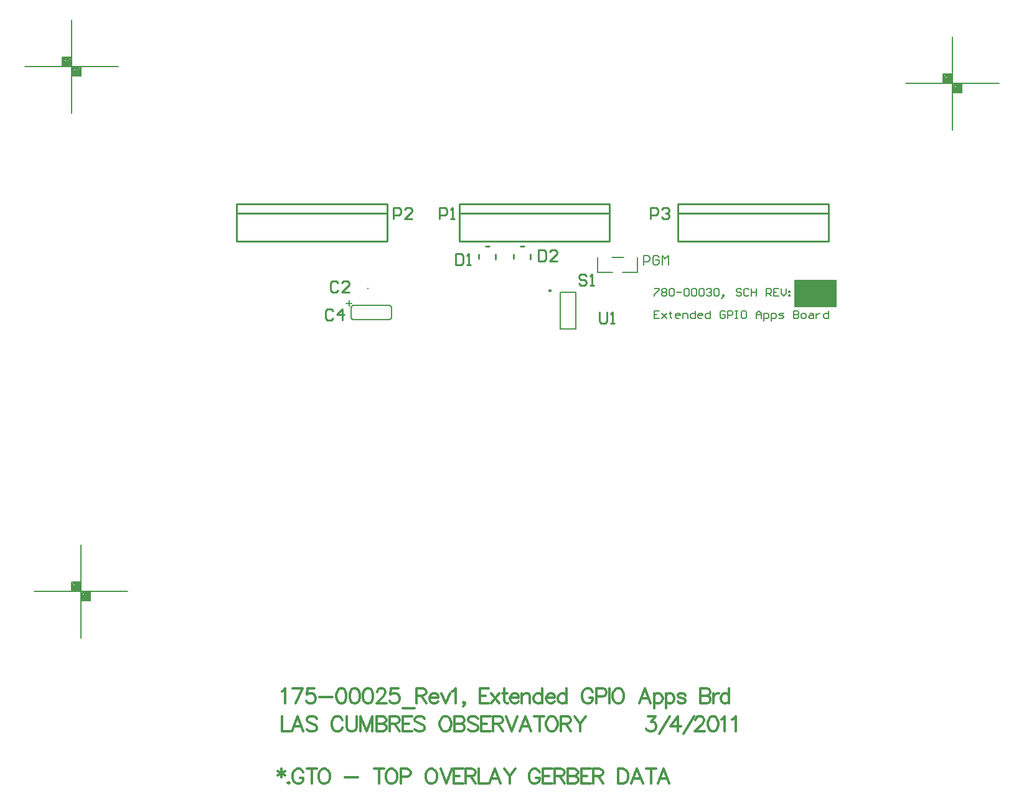
<source format=gto>
%FSLAX23Y23*%
%MOIN*%
G70*
G01*
G75*
G04 Layer_Color=65535*
%ADD10R,0.020X0.020*%
%ADD11R,0.016X0.020*%
%ADD12O,0.079X0.024*%
%ADD13R,0.078X0.048*%
%ADD14R,0.050X0.050*%
%ADD15R,0.014X0.060*%
%ADD16R,0.030X0.100*%
%ADD17R,0.031X0.060*%
%ADD18R,0.039X0.063*%
%ADD19C,0.020*%
%ADD20C,0.010*%
%ADD21C,0.005*%
%ADD22C,0.012*%
%ADD23C,0.008*%
%ADD24C,0.012*%
%ADD25C,0.012*%
%ADD26R,0.059X0.059*%
%ADD27C,0.059*%
%ADD28C,0.219*%
%ADD29C,0.024*%
%ADD30C,0.040*%
%ADD31C,0.075*%
%ADD32C,0.206*%
%ADD33C,0.050*%
G04:AMPARAMS|DCode=34|XSize=70mil|YSize=70mil|CornerRadius=0mil|HoleSize=0mil|Usage=FLASHONLY|Rotation=0.000|XOffset=0mil|YOffset=0mil|HoleType=Round|Shape=Relief|Width=10mil|Gap=10mil|Entries=4|*
%AMTHD34*
7,0,0,0.070,0.050,0.010,45*
%
%ADD34THD34*%
%ADD35C,0.010*%
%ADD36C,0.010*%
%ADD37C,0.008*%
%ADD38C,0.007*%
%ADD39C,0.007*%
%ADD40R,0.226X0.148*%
D20*
X22881Y16522D02*
X22901D01*
X22846Y16455D02*
Y16479D01*
X22936Y16451D02*
Y16479D01*
X23726Y16698D02*
X24531D01*
Y16548D02*
Y16748D01*
X23726Y16548D02*
Y16748D01*
Y16548D02*
X24531D01*
X23726Y16748D02*
X24531D01*
X22694Y16522D02*
X22714D01*
X22659Y16455D02*
Y16479D01*
X22749Y16451D02*
Y16479D01*
X22554Y16698D02*
X23359D01*
Y16548D02*
Y16748D01*
X22554Y16548D02*
Y16748D01*
Y16548D02*
X23359D01*
X22554Y16748D02*
X23359D01*
X21363Y16698D02*
X22168D01*
Y16548D02*
Y16748D01*
X21363Y16548D02*
Y16748D01*
Y16548D02*
X22168D01*
X21363Y16748D02*
X22168D01*
X22980Y16501D02*
Y16441D01*
X23010D01*
X23020Y16451D01*
Y16491D01*
X23010Y16501D01*
X22980D01*
X23080Y16441D02*
X23040D01*
X23080Y16481D01*
Y16491D01*
X23070Y16501D01*
X23050D01*
X23040Y16491D01*
X23304Y16167D02*
Y16117D01*
X23314Y16107D01*
X23334D01*
X23344Y16117D01*
Y16167D01*
X23364Y16107D02*
X23384D01*
X23374D01*
Y16167D01*
X23364Y16157D01*
X21878Y16176D02*
X21868Y16186D01*
X21848D01*
X21838Y16176D01*
Y16136D01*
X21848Y16126D01*
X21868D01*
X21878Y16136D01*
X21928Y16126D02*
Y16186D01*
X21898Y16156D01*
X21938D01*
X21907Y16324D02*
X21897Y16334D01*
X21877D01*
X21867Y16324D01*
Y16284D01*
X21877Y16274D01*
X21897D01*
X21907Y16284D01*
X21967Y16274D02*
X21927D01*
X21967Y16314D01*
Y16324D01*
X21957Y16334D01*
X21937D01*
X21927Y16324D01*
X23580Y16668D02*
Y16728D01*
X23610D01*
X23620Y16718D01*
Y16698D01*
X23610Y16688D01*
X23580D01*
X23640Y16718D02*
X23650Y16728D01*
X23670D01*
X23680Y16718D01*
Y16708D01*
X23670Y16698D01*
X23660D01*
X23670D01*
X23680Y16688D01*
Y16678D01*
X23670Y16668D01*
X23650D01*
X23640Y16678D01*
X23236Y16363D02*
X23226Y16373D01*
X23206D01*
X23196Y16363D01*
Y16353D01*
X23206Y16343D01*
X23226D01*
X23236Y16333D01*
Y16323D01*
X23226Y16313D01*
X23206D01*
X23196Y16323D01*
X23256Y16313D02*
X23276D01*
X23266D01*
Y16373D01*
X23256Y16363D01*
X22537Y16482D02*
Y16422D01*
X22567D01*
X22577Y16432D01*
Y16472D01*
X22567Y16482D01*
X22537D01*
X22597Y16422D02*
X22617D01*
X22607D01*
Y16482D01*
X22597Y16472D01*
X22448Y16668D02*
Y16728D01*
X22478D01*
X22488Y16718D01*
Y16698D01*
X22478Y16688D01*
X22448D01*
X22508Y16668D02*
X22528D01*
X22518D01*
Y16728D01*
X22508Y16718D01*
X22202Y16668D02*
Y16728D01*
X22232D01*
X22242Y16718D01*
Y16698D01*
X22232Y16688D01*
X22202D01*
X22302Y16668D02*
X22262D01*
X22302Y16708D01*
Y16718D01*
X22292Y16728D01*
X22272D01*
X22262Y16718D01*
D22*
X21602Y13720D02*
Y13675D01*
X21583Y13709D02*
X21621Y13686D01*
Y13709D02*
X21583Y13686D01*
X21641Y13648D02*
X21637Y13644D01*
X21641Y13640D01*
X21645Y13644D01*
X21641Y13648D01*
X21720Y13701D02*
X21716Y13709D01*
X21708Y13716D01*
X21701Y13720D01*
X21685D01*
X21678Y13716D01*
X21670Y13709D01*
X21666Y13701D01*
X21662Y13690D01*
Y13671D01*
X21666Y13659D01*
X21670Y13652D01*
X21678Y13644D01*
X21685Y13640D01*
X21701D01*
X21708Y13644D01*
X21716Y13652D01*
X21720Y13659D01*
Y13671D01*
X21701D02*
X21720D01*
X21765Y13720D02*
Y13640D01*
X21738Y13720D02*
X21791D01*
X21824D02*
X21816Y13716D01*
X21808Y13709D01*
X21805Y13701D01*
X21801Y13690D01*
Y13671D01*
X21805Y13659D01*
X21808Y13652D01*
X21816Y13644D01*
X21824Y13640D01*
X21839D01*
X21846Y13644D01*
X21854Y13652D01*
X21858Y13659D01*
X21862Y13671D01*
Y13690D01*
X21858Y13701D01*
X21854Y13709D01*
X21846Y13716D01*
X21839Y13720D01*
X21824D01*
X21943Y13675D02*
X22012D01*
X22125Y13720D02*
Y13640D01*
X22098Y13720D02*
X22152D01*
X22184D02*
X22176Y13716D01*
X22169Y13709D01*
X22165Y13701D01*
X22161Y13690D01*
Y13671D01*
X22165Y13659D01*
X22169Y13652D01*
X22176Y13644D01*
X22184Y13640D01*
X22199D01*
X22207Y13644D01*
X22214Y13652D01*
X22218Y13659D01*
X22222Y13671D01*
Y13690D01*
X22218Y13701D01*
X22214Y13709D01*
X22207Y13716D01*
X22199Y13720D01*
X22184D01*
X22241Y13678D02*
X22275D01*
X22286Y13682D01*
X22290Y13686D01*
X22294Y13694D01*
Y13705D01*
X22290Y13713D01*
X22286Y13716D01*
X22275Y13720D01*
X22241D01*
Y13640D01*
X22398Y13720D02*
X22390Y13716D01*
X22382Y13709D01*
X22379Y13701D01*
X22375Y13690D01*
Y13671D01*
X22379Y13659D01*
X22382Y13652D01*
X22390Y13644D01*
X22398Y13640D01*
X22413D01*
X22420Y13644D01*
X22428Y13652D01*
X22432Y13659D01*
X22436Y13671D01*
Y13690D01*
X22432Y13701D01*
X22428Y13709D01*
X22420Y13716D01*
X22413Y13720D01*
X22398D01*
X22454D02*
X22485Y13640D01*
X22515Y13720D02*
X22485Y13640D01*
X22575Y13720D02*
X22526D01*
Y13640D01*
X22575D01*
X22526Y13682D02*
X22556D01*
X22588Y13720D02*
Y13640D01*
Y13720D02*
X22623D01*
X22634Y13716D01*
X22638Y13713D01*
X22642Y13705D01*
Y13697D01*
X22638Y13690D01*
X22634Y13686D01*
X22623Y13682D01*
X22588D01*
X22615D02*
X22642Y13640D01*
X22660Y13720D02*
Y13640D01*
X22705D01*
X22775D02*
X22745Y13720D01*
X22714Y13640D01*
X22725Y13667D02*
X22764D01*
X22794Y13720D02*
X22824Y13682D01*
Y13640D01*
X22855Y13720D02*
X22824Y13682D01*
X22985Y13701D02*
X22981Y13709D01*
X22973Y13716D01*
X22966Y13720D01*
X22951D01*
X22943Y13716D01*
X22935Y13709D01*
X22932Y13701D01*
X22928Y13690D01*
Y13671D01*
X22932Y13659D01*
X22935Y13652D01*
X22943Y13644D01*
X22951Y13640D01*
X22966D01*
X22973Y13644D01*
X22981Y13652D01*
X22985Y13659D01*
Y13671D01*
X22966D02*
X22985D01*
X23053Y13720D02*
X23003D01*
Y13640D01*
X23053D01*
X23003Y13682D02*
X23034D01*
X23066Y13720D02*
Y13640D01*
Y13720D02*
X23100D01*
X23112Y13716D01*
X23115Y13713D01*
X23119Y13705D01*
Y13697D01*
X23115Y13690D01*
X23112Y13686D01*
X23100Y13682D01*
X23066D01*
X23093D02*
X23119Y13640D01*
X23137Y13720D02*
Y13640D01*
Y13720D02*
X23171D01*
X23183Y13716D01*
X23187Y13713D01*
X23191Y13705D01*
Y13697D01*
X23187Y13690D01*
X23183Y13686D01*
X23171Y13682D01*
X23137D02*
X23171D01*
X23183Y13678D01*
X23187Y13675D01*
X23191Y13667D01*
Y13656D01*
X23187Y13648D01*
X23183Y13644D01*
X23171Y13640D01*
X23137D01*
X23258Y13720D02*
X23208D01*
Y13640D01*
X23258D01*
X23208Y13682D02*
X23239D01*
X23271Y13720D02*
Y13640D01*
Y13720D02*
X23306D01*
X23317Y13716D01*
X23321Y13713D01*
X23325Y13705D01*
Y13697D01*
X23321Y13690D01*
X23317Y13686D01*
X23306Y13682D01*
X23271D01*
X23298D02*
X23325Y13640D01*
X23405Y13720D02*
Y13640D01*
Y13720D02*
X23432D01*
X23443Y13716D01*
X23451Y13709D01*
X23455Y13701D01*
X23459Y13690D01*
Y13671D01*
X23455Y13659D01*
X23451Y13652D01*
X23443Y13644D01*
X23432Y13640D01*
X23405D01*
X23538D02*
X23507Y13720D01*
X23477Y13640D01*
X23488Y13667D02*
X23526D01*
X23583Y13720D02*
Y13640D01*
X23556Y13720D02*
X23609D01*
X23680Y13640D02*
X23649Y13720D01*
X23619Y13640D01*
X23630Y13667D02*
X23669D01*
D23*
X21990Y16204D02*
X21980Y16200D01*
X21976Y16190D01*
Y16142D02*
X21980Y16132D01*
X21990Y16128D01*
X22178D02*
X22188Y16132D01*
X22192Y16142D01*
Y16190D02*
X22188Y16200D01*
X22178Y16204D01*
X22192Y16142D02*
Y16190D01*
X21976Y16142D02*
Y16190D01*
X21990Y16204D02*
X22178D01*
X21990Y16128D02*
X22178D01*
X23541Y16422D02*
Y16472D01*
X23566D01*
X23574Y16463D01*
Y16447D01*
X23566Y16438D01*
X23541D01*
X23624Y16463D02*
X23616Y16472D01*
X23599D01*
X23591Y16463D01*
Y16430D01*
X23599Y16422D01*
X23616D01*
X23624Y16430D01*
Y16447D01*
X23607D01*
X23641Y16422D02*
Y16472D01*
X23657Y16455D01*
X23674Y16472D01*
Y16422D01*
X24944Y17396D02*
X25444D01*
X25194Y17146D02*
Y17646D01*
X25144Y17396D02*
Y17446D01*
X25194D01*
X25244Y17346D02*
Y17396D01*
X25194Y17346D02*
X25244D01*
X25199Y17391D02*
X25239D01*
Y17351D02*
Y17391D01*
X25199Y17351D02*
X25239D01*
X25199D02*
Y17391D01*
X25204Y17386D02*
X25234D01*
Y17356D02*
Y17386D01*
X25204Y17356D02*
X25234D01*
X25204D02*
Y17381D01*
X25209D02*
X25229D01*
Y17361D02*
Y17381D01*
X25209Y17361D02*
X25229D01*
X25209D02*
Y17376D01*
X25214D02*
X25224D01*
Y17366D02*
Y17376D01*
X25214Y17366D02*
X25224D01*
X25214D02*
Y17376D01*
Y17371D02*
X25224D01*
X25149Y17441D02*
X25189D01*
Y17401D02*
Y17441D01*
X25149Y17401D02*
X25189D01*
X25149D02*
Y17441D01*
X25154Y17436D02*
X25184D01*
Y17406D02*
Y17436D01*
X25154Y17406D02*
X25184D01*
X25154D02*
Y17431D01*
X25159D02*
X25179D01*
Y17411D02*
Y17431D01*
X25159Y17411D02*
X25179D01*
X25159D02*
Y17426D01*
X25164D02*
X25174D01*
Y17416D02*
Y17426D01*
X25164Y17416D02*
X25174D01*
X25164D02*
Y17426D01*
Y17421D02*
X25174D01*
X20279Y14670D02*
X20779D01*
X20529Y14420D02*
Y14920D01*
X20479Y14670D02*
Y14720D01*
X20529D01*
X20579Y14620D02*
Y14670D01*
X20529Y14620D02*
X20579D01*
X20534Y14665D02*
X20574D01*
Y14625D02*
Y14665D01*
X20534Y14625D02*
X20574D01*
X20534D02*
Y14665D01*
X20539Y14660D02*
X20569D01*
Y14630D02*
Y14660D01*
X20539Y14630D02*
X20569D01*
X20539D02*
Y14655D01*
X20544D02*
X20564D01*
Y14635D02*
Y14655D01*
X20544Y14635D02*
X20564D01*
X20544D02*
Y14650D01*
X20549D02*
X20559D01*
Y14640D02*
Y14650D01*
X20549Y14640D02*
X20559D01*
X20549D02*
Y14650D01*
Y14645D02*
X20559D01*
X20484Y14715D02*
X20524D01*
Y14675D02*
Y14715D01*
X20484Y14675D02*
X20524D01*
X20484D02*
Y14715D01*
X20489Y14710D02*
X20519D01*
Y14680D02*
Y14710D01*
X20489Y14680D02*
X20519D01*
X20489D02*
Y14705D01*
X20494D02*
X20514D01*
Y14685D02*
Y14705D01*
X20494Y14685D02*
X20514D01*
X20494D02*
Y14700D01*
X20499D02*
X20509D01*
Y14690D02*
Y14700D01*
X20499Y14690D02*
X20509D01*
X20499D02*
Y14700D01*
Y14695D02*
X20509D01*
X20230Y17485D02*
X20730D01*
X20480Y17235D02*
Y17735D01*
X20430Y17485D02*
Y17535D01*
X20480D01*
X20530Y17435D02*
Y17485D01*
X20480Y17435D02*
X20530D01*
X20485Y17480D02*
X20525D01*
Y17440D02*
Y17480D01*
X20485Y17440D02*
X20525D01*
X20485D02*
Y17480D01*
X20490Y17475D02*
X20520D01*
Y17445D02*
Y17475D01*
X20490Y17445D02*
X20520D01*
X20490D02*
Y17470D01*
X20495D02*
X20515D01*
Y17450D02*
Y17470D01*
X20495Y17450D02*
X20515D01*
X20495D02*
Y17465D01*
X20500D02*
X20510D01*
Y17455D02*
Y17465D01*
X20500Y17455D02*
X20510D01*
X20500D02*
Y17465D01*
Y17460D02*
X20510D01*
X20435Y17530D02*
X20475D01*
Y17490D02*
Y17530D01*
X20435Y17490D02*
X20475D01*
X20435D02*
Y17530D01*
X20440Y17525D02*
X20470D01*
Y17495D02*
Y17525D01*
X20440Y17495D02*
X20470D01*
X20440D02*
Y17520D01*
X20445D02*
X20465D01*
Y17500D02*
Y17520D01*
X20445Y17500D02*
X20465D01*
X20445D02*
Y17515D01*
X20450D02*
X20460D01*
Y17505D02*
Y17515D01*
X20450Y17505D02*
X20460D01*
X20450D02*
Y17515D01*
Y17510D02*
X20460D01*
D24*
X21604Y14136D02*
X21612Y14139D01*
X21623Y14151D01*
Y14071D01*
X21716Y14151D02*
X21678Y14071D01*
X21663Y14151D02*
X21716D01*
X21779D02*
X21741D01*
X21738Y14117D01*
X21741Y14120D01*
X21753Y14124D01*
X21764D01*
X21776Y14120D01*
X21783Y14113D01*
X21787Y14101D01*
Y14094D01*
X21783Y14082D01*
X21776Y14075D01*
X21764Y14071D01*
X21753D01*
X21741Y14075D01*
X21738Y14079D01*
X21734Y14086D01*
X21805Y14105D02*
X21874D01*
X21920Y14151D02*
X21909Y14147D01*
X21901Y14136D01*
X21897Y14117D01*
Y14105D01*
X21901Y14086D01*
X21909Y14075D01*
X21920Y14071D01*
X21928D01*
X21939Y14075D01*
X21947Y14086D01*
X21950Y14105D01*
Y14117D01*
X21947Y14136D01*
X21939Y14147D01*
X21928Y14151D01*
X21920D01*
X21991D02*
X21980Y14147D01*
X21972Y14136D01*
X21968Y14117D01*
Y14105D01*
X21972Y14086D01*
X21980Y14075D01*
X21991Y14071D01*
X21999D01*
X22010Y14075D01*
X22018Y14086D01*
X22022Y14105D01*
Y14117D01*
X22018Y14136D01*
X22010Y14147D01*
X21999Y14151D01*
X21991D01*
X22062D02*
X22051Y14147D01*
X22043Y14136D01*
X22040Y14117D01*
Y14105D01*
X22043Y14086D01*
X22051Y14075D01*
X22062Y14071D01*
X22070D01*
X22082Y14075D01*
X22089Y14086D01*
X22093Y14105D01*
Y14117D01*
X22089Y14136D01*
X22082Y14147D01*
X22070Y14151D01*
X22062D01*
X22115Y14132D02*
Y14136D01*
X22118Y14143D01*
X22122Y14147D01*
X22130Y14151D01*
X22145D01*
X22153Y14147D01*
X22157Y14143D01*
X22160Y14136D01*
Y14128D01*
X22157Y14120D01*
X22149Y14109D01*
X22111Y14071D01*
X22164D01*
X22228Y14151D02*
X22190D01*
X22186Y14117D01*
X22190Y14120D01*
X22201Y14124D01*
X22213D01*
X22224Y14120D01*
X22232Y14113D01*
X22235Y14101D01*
Y14094D01*
X22232Y14082D01*
X22224Y14075D01*
X22213Y14071D01*
X22201D01*
X22190Y14075D01*
X22186Y14079D01*
X22182Y14086D01*
X22253Y14044D02*
X22314D01*
X22325Y14151D02*
Y14071D01*
Y14151D02*
X22359D01*
X22370Y14147D01*
X22374Y14143D01*
X22378Y14136D01*
Y14128D01*
X22374Y14120D01*
X22370Y14117D01*
X22359Y14113D01*
X22325D01*
X22351D02*
X22378Y14071D01*
X22396Y14101D02*
X22441D01*
Y14109D01*
X22438Y14117D01*
X22434Y14120D01*
X22426Y14124D01*
X22415D01*
X22407Y14120D01*
X22400Y14113D01*
X22396Y14101D01*
Y14094D01*
X22400Y14082D01*
X22407Y14075D01*
X22415Y14071D01*
X22426D01*
X22434Y14075D01*
X22441Y14082D01*
X22459Y14124D02*
X22481Y14071D01*
X22504Y14124D02*
X22481Y14071D01*
X22517Y14136D02*
X22525Y14139D01*
X22536Y14151D01*
Y14071D01*
X22584Y14075D02*
X22580Y14071D01*
X22576Y14075D01*
X22580Y14079D01*
X22584Y14075D01*
Y14067D01*
X22580Y14059D01*
X22576Y14056D01*
X22713Y14151D02*
X22664D01*
Y14071D01*
X22713D01*
X22664Y14113D02*
X22694D01*
X22727Y14124D02*
X22769Y14071D01*
Y14124D02*
X22727Y14071D01*
X22797Y14151D02*
Y14086D01*
X22801Y14075D01*
X22808Y14071D01*
X22816D01*
X22785Y14124D02*
X22812D01*
X22827Y14101D02*
X22873D01*
Y14109D01*
X22869Y14117D01*
X22865Y14120D01*
X22858Y14124D01*
X22846D01*
X22839Y14120D01*
X22831Y14113D01*
X22827Y14101D01*
Y14094D01*
X22831Y14082D01*
X22839Y14075D01*
X22846Y14071D01*
X22858D01*
X22865Y14075D01*
X22873Y14082D01*
X22890Y14124D02*
Y14071D01*
Y14109D02*
X22902Y14120D01*
X22909Y14124D01*
X22921D01*
X22928Y14120D01*
X22932Y14109D01*
Y14071D01*
X22999Y14151D02*
Y14071D01*
Y14113D02*
X22991Y14120D01*
X22983Y14124D01*
X22972D01*
X22964Y14120D01*
X22957Y14113D01*
X22953Y14101D01*
Y14094D01*
X22957Y14082D01*
X22964Y14075D01*
X22972Y14071D01*
X22983D01*
X22991Y14075D01*
X22999Y14082D01*
X23020Y14101D02*
X23066D01*
Y14109D01*
X23062Y14117D01*
X23058Y14120D01*
X23050Y14124D01*
X23039D01*
X23031Y14120D01*
X23024Y14113D01*
X23020Y14101D01*
Y14094D01*
X23024Y14082D01*
X23031Y14075D01*
X23039Y14071D01*
X23050D01*
X23058Y14075D01*
X23066Y14082D01*
X23129Y14151D02*
Y14071D01*
Y14113D02*
X23121Y14120D01*
X23113Y14124D01*
X23102D01*
X23094Y14120D01*
X23087Y14113D01*
X23083Y14101D01*
Y14094D01*
X23087Y14082D01*
X23094Y14075D01*
X23102Y14071D01*
X23113D01*
X23121Y14075D01*
X23129Y14082D01*
X23270Y14132D02*
X23266Y14139D01*
X23258Y14147D01*
X23251Y14151D01*
X23236D01*
X23228Y14147D01*
X23220Y14139D01*
X23217Y14132D01*
X23213Y14120D01*
Y14101D01*
X23217Y14090D01*
X23220Y14082D01*
X23228Y14075D01*
X23236Y14071D01*
X23251D01*
X23258Y14075D01*
X23266Y14082D01*
X23270Y14090D01*
Y14101D01*
X23251D02*
X23270D01*
X23288Y14109D02*
X23322D01*
X23334Y14113D01*
X23338Y14117D01*
X23341Y14124D01*
Y14136D01*
X23338Y14143D01*
X23334Y14147D01*
X23322Y14151D01*
X23288D01*
Y14071D01*
X23359Y14151D02*
Y14071D01*
X23399Y14151D02*
X23391Y14147D01*
X23384Y14139D01*
X23380Y14132D01*
X23376Y14120D01*
Y14101D01*
X23380Y14090D01*
X23384Y14082D01*
X23391Y14075D01*
X23399Y14071D01*
X23414D01*
X23422Y14075D01*
X23429Y14082D01*
X23433Y14090D01*
X23437Y14101D01*
Y14120D01*
X23433Y14132D01*
X23429Y14139D01*
X23422Y14147D01*
X23414Y14151D01*
X23399D01*
X23579Y14071D02*
X23549Y14151D01*
X23519Y14071D01*
X23530Y14098D02*
X23568D01*
X23598Y14124D02*
Y14044D01*
Y14113D02*
X23606Y14120D01*
X23613Y14124D01*
X23625D01*
X23632Y14120D01*
X23640Y14113D01*
X23644Y14101D01*
Y14094D01*
X23640Y14082D01*
X23632Y14075D01*
X23625Y14071D01*
X23613D01*
X23606Y14075D01*
X23598Y14082D01*
X23661Y14124D02*
Y14044D01*
Y14113D02*
X23669Y14120D01*
X23676Y14124D01*
X23688D01*
X23695Y14120D01*
X23703Y14113D01*
X23707Y14101D01*
Y14094D01*
X23703Y14082D01*
X23695Y14075D01*
X23688Y14071D01*
X23676D01*
X23669Y14075D01*
X23661Y14082D01*
X23766Y14113D02*
X23762Y14120D01*
X23750Y14124D01*
X23739D01*
X23728Y14120D01*
X23724Y14113D01*
X23728Y14105D01*
X23735Y14101D01*
X23754Y14098D01*
X23762Y14094D01*
X23766Y14086D01*
Y14082D01*
X23762Y14075D01*
X23750Y14071D01*
X23739D01*
X23728Y14075D01*
X23724Y14082D01*
X23845Y14151D02*
Y14071D01*
Y14151D02*
X23880D01*
X23891Y14147D01*
X23895Y14143D01*
X23899Y14136D01*
Y14128D01*
X23895Y14120D01*
X23891Y14117D01*
X23880Y14113D01*
X23845D02*
X23880D01*
X23891Y14109D01*
X23895Y14105D01*
X23899Y14098D01*
Y14086D01*
X23895Y14079D01*
X23891Y14075D01*
X23880Y14071D01*
X23845D01*
X23917Y14124D02*
Y14071D01*
Y14101D02*
X23920Y14113D01*
X23928Y14120D01*
X23936Y14124D01*
X23947D01*
X24000Y14151D02*
Y14071D01*
Y14113D02*
X23992Y14120D01*
X23985Y14124D01*
X23973D01*
X23966Y14120D01*
X23958Y14113D01*
X23954Y14101D01*
Y14094D01*
X23958Y14082D01*
X23966Y14075D01*
X23973Y14071D01*
X23985D01*
X23992Y14075D01*
X24000Y14082D01*
D25*
X21604Y14001D02*
Y13921D01*
X21650D01*
X21719D02*
X21689Y14001D01*
X21658Y13921D01*
X21670Y13948D02*
X21708D01*
X21791Y13989D02*
X21784Y13997D01*
X21772Y14001D01*
X21757D01*
X21746Y13997D01*
X21738Y13989D01*
Y13982D01*
X21742Y13974D01*
X21746Y13970D01*
X21753Y13967D01*
X21776Y13959D01*
X21784Y13955D01*
X21787Y13951D01*
X21791Y13944D01*
Y13932D01*
X21784Y13925D01*
X21772Y13921D01*
X21757D01*
X21746Y13925D01*
X21738Y13932D01*
X21929Y13982D02*
X21925Y13989D01*
X21918Y13997D01*
X21910Y14001D01*
X21895D01*
X21887Y13997D01*
X21880Y13989D01*
X21876Y13982D01*
X21872Y13970D01*
Y13951D01*
X21876Y13940D01*
X21880Y13932D01*
X21887Y13925D01*
X21895Y13921D01*
X21910D01*
X21918Y13925D01*
X21925Y13932D01*
X21929Y13940D01*
X21952Y14001D02*
Y13944D01*
X21955Y13932D01*
X21963Y13925D01*
X21974Y13921D01*
X21982D01*
X21994Y13925D01*
X22001Y13932D01*
X22005Y13944D01*
Y14001D01*
X22027D02*
Y13921D01*
Y14001D02*
X22058Y13921D01*
X22088Y14001D02*
X22058Y13921D01*
X22088Y14001D02*
Y13921D01*
X22111Y14001D02*
Y13921D01*
Y14001D02*
X22145D01*
X22157Y13997D01*
X22160Y13993D01*
X22164Y13986D01*
Y13978D01*
X22160Y13970D01*
X22157Y13967D01*
X22145Y13963D01*
X22111D02*
X22145D01*
X22157Y13959D01*
X22160Y13955D01*
X22164Y13948D01*
Y13936D01*
X22160Y13928D01*
X22157Y13925D01*
X22145Y13921D01*
X22111D01*
X22182Y14001D02*
Y13921D01*
Y14001D02*
X22216D01*
X22228Y13997D01*
X22232Y13993D01*
X22235Y13986D01*
Y13978D01*
X22232Y13970D01*
X22228Y13967D01*
X22216Y13963D01*
X22182D01*
X22209D02*
X22235Y13921D01*
X22303Y14001D02*
X22253D01*
Y13921D01*
X22303D01*
X22253Y13963D02*
X22284D01*
X22369Y13989D02*
X22362Y13997D01*
X22350Y14001D01*
X22335D01*
X22324Y13997D01*
X22316Y13989D01*
Y13982D01*
X22320Y13974D01*
X22324Y13970D01*
X22331Y13967D01*
X22354Y13959D01*
X22362Y13955D01*
X22366Y13951D01*
X22369Y13944D01*
Y13932D01*
X22362Y13925D01*
X22350Y13921D01*
X22335D01*
X22324Y13925D01*
X22316Y13932D01*
X22473Y14001D02*
X22465Y13997D01*
X22458Y13989D01*
X22454Y13982D01*
X22450Y13970D01*
Y13951D01*
X22454Y13940D01*
X22458Y13932D01*
X22465Y13925D01*
X22473Y13921D01*
X22488D01*
X22496Y13925D01*
X22504Y13932D01*
X22507Y13940D01*
X22511Y13951D01*
Y13970D01*
X22507Y13982D01*
X22504Y13989D01*
X22496Y13997D01*
X22488Y14001D01*
X22473D01*
X22530D02*
Y13921D01*
Y14001D02*
X22564D01*
X22576Y13997D01*
X22579Y13993D01*
X22583Y13986D01*
Y13978D01*
X22579Y13970D01*
X22576Y13967D01*
X22564Y13963D01*
X22530D02*
X22564D01*
X22576Y13959D01*
X22579Y13955D01*
X22583Y13948D01*
Y13936D01*
X22579Y13928D01*
X22576Y13925D01*
X22564Y13921D01*
X22530D01*
X22654Y13989D02*
X22647Y13997D01*
X22635Y14001D01*
X22620D01*
X22609Y13997D01*
X22601Y13989D01*
Y13982D01*
X22605Y13974D01*
X22609Y13970D01*
X22616Y13967D01*
X22639Y13959D01*
X22647Y13955D01*
X22651Y13951D01*
X22654Y13944D01*
Y13932D01*
X22647Y13925D01*
X22635Y13921D01*
X22620D01*
X22609Y13925D01*
X22601Y13932D01*
X22722Y14001D02*
X22672D01*
Y13921D01*
X22722D01*
X22672Y13963D02*
X22703D01*
X22735Y14001D02*
Y13921D01*
Y14001D02*
X22769D01*
X22781Y13997D01*
X22785Y13993D01*
X22788Y13986D01*
Y13978D01*
X22785Y13970D01*
X22781Y13967D01*
X22769Y13963D01*
X22735D01*
X22762D02*
X22788Y13921D01*
X22806Y14001D02*
X22837Y13921D01*
X22867Y14001D02*
X22837Y13921D01*
X22938D02*
X22908Y14001D01*
X22878Y13921D01*
X22889Y13948D02*
X22927D01*
X22984Y14001D02*
Y13921D01*
X22957Y14001D02*
X23010D01*
X23043D02*
X23035Y13997D01*
X23028Y13989D01*
X23024Y13982D01*
X23020Y13970D01*
Y13951D01*
X23024Y13940D01*
X23028Y13932D01*
X23035Y13925D01*
X23043Y13921D01*
X23058D01*
X23066Y13925D01*
X23073Y13932D01*
X23077Y13940D01*
X23081Y13951D01*
Y13970D01*
X23077Y13982D01*
X23073Y13989D01*
X23066Y13997D01*
X23058Y14001D01*
X23043D01*
X23100D02*
Y13921D01*
Y14001D02*
X23134D01*
X23145Y13997D01*
X23149Y13993D01*
X23153Y13986D01*
Y13978D01*
X23149Y13970D01*
X23145Y13967D01*
X23134Y13963D01*
X23100D01*
X23126D02*
X23153Y13921D01*
X23171Y14001D02*
X23201Y13963D01*
Y13921D01*
X23232Y14001D02*
X23201Y13963D01*
X23564Y14001D02*
X23606D01*
X23583Y13970D01*
X23594D01*
X23602Y13967D01*
X23606Y13963D01*
X23610Y13951D01*
Y13944D01*
X23606Y13932D01*
X23598Y13925D01*
X23587Y13921D01*
X23575D01*
X23564Y13925D01*
X23560Y13928D01*
X23556Y13936D01*
X23627Y13909D02*
X23681Y14001D01*
X23724D02*
X23686Y13948D01*
X23743D01*
X23724Y14001D02*
Y13921D01*
X23757Y13909D02*
X23811Y14001D01*
X23820Y13982D02*
Y13986D01*
X23824Y13993D01*
X23827Y13997D01*
X23835Y14001D01*
X23850D01*
X23858Y13997D01*
X23862Y13993D01*
X23866Y13986D01*
Y13978D01*
X23862Y13970D01*
X23854Y13959D01*
X23816Y13921D01*
X23869D01*
X23910Y14001D02*
X23899Y13997D01*
X23891Y13986D01*
X23887Y13967D01*
Y13955D01*
X23891Y13936D01*
X23899Y13925D01*
X23910Y13921D01*
X23918D01*
X23929Y13925D01*
X23937Y13936D01*
X23941Y13955D01*
Y13967D01*
X23937Y13986D01*
X23929Y13997D01*
X23918Y14001D01*
X23910D01*
X23958Y13986D02*
X23966Y13989D01*
X23977Y14001D01*
Y13921D01*
X24017Y13986D02*
X24025Y13989D01*
X24036Y14001D01*
Y13921D01*
D35*
X23044Y16284D02*
X23036Y16288D01*
Y16280D01*
X23044Y16284D01*
D36*
X22066Y16294D02*
D03*
D37*
X23094Y16077D02*
Y16274D01*
X23180Y16077D02*
Y16274D01*
X23094D02*
X23180D01*
X23094Y16077D02*
X23180D01*
D38*
X21965Y16201D02*
Y16231D01*
X21950Y16216D02*
X21980D01*
X23600Y16294D02*
X23626D01*
Y16288D01*
X23600Y16261D01*
Y16254D01*
X23640Y16288D02*
X23646Y16294D01*
X23660D01*
X23666Y16288D01*
Y16281D01*
X23660Y16274D01*
X23666Y16268D01*
Y16261D01*
X23660Y16254D01*
X23646D01*
X23640Y16261D01*
Y16268D01*
X23646Y16274D01*
X23640Y16281D01*
Y16288D01*
X23646Y16274D02*
X23660D01*
X23680Y16288D02*
X23686Y16294D01*
X23700D01*
X23706Y16288D01*
Y16261D01*
X23700Y16254D01*
X23686D01*
X23680Y16261D01*
Y16288D01*
X23720Y16274D02*
X23746D01*
X23760Y16288D02*
X23766Y16294D01*
X23780D01*
X23786Y16288D01*
Y16261D01*
X23780Y16254D01*
X23766D01*
X23760Y16261D01*
Y16288D01*
X23800D02*
X23806Y16294D01*
X23820D01*
X23826Y16288D01*
Y16261D01*
X23820Y16254D01*
X23806D01*
X23800Y16261D01*
Y16288D01*
X23840D02*
X23846Y16294D01*
X23860D01*
X23866Y16288D01*
Y16261D01*
X23860Y16254D01*
X23846D01*
X23840Y16261D01*
Y16288D01*
X23880D02*
X23886Y16294D01*
X23900D01*
X23906Y16288D01*
Y16281D01*
X23900Y16274D01*
X23893D01*
X23900D01*
X23906Y16268D01*
Y16261D01*
X23900Y16254D01*
X23886D01*
X23880Y16261D01*
X23920Y16288D02*
X23926Y16294D01*
X23940D01*
X23946Y16288D01*
Y16261D01*
X23940Y16254D01*
X23926D01*
X23920Y16261D01*
Y16288D01*
X23966Y16248D02*
X23973Y16254D01*
Y16261D01*
X23966D01*
Y16254D01*
X23973D01*
X23966Y16248D01*
X23960Y16241D01*
X24066Y16288D02*
X24060Y16294D01*
X24046D01*
X24040Y16288D01*
Y16281D01*
X24046Y16274D01*
X24060D01*
X24066Y16268D01*
Y16261D01*
X24060Y16254D01*
X24046D01*
X24040Y16261D01*
X24106Y16288D02*
X24100Y16294D01*
X24086D01*
X24080Y16288D01*
Y16261D01*
X24086Y16254D01*
X24100D01*
X24106Y16261D01*
X24120Y16294D02*
Y16254D01*
Y16274D01*
X24146D01*
Y16294D01*
Y16254D01*
X24199D02*
Y16294D01*
X24219D01*
X24226Y16288D01*
Y16274D01*
X24219Y16268D01*
X24199D01*
X24213D02*
X24226Y16254D01*
X24266Y16294D02*
X24239D01*
Y16254D01*
X24266D01*
X24239Y16274D02*
X24253D01*
X24279Y16294D02*
Y16268D01*
X24293Y16254D01*
X24306Y16268D01*
Y16294D01*
X24319Y16281D02*
X24326D01*
Y16274D01*
X24319D01*
Y16281D01*
Y16261D02*
X24326D01*
Y16254D01*
X24319D01*
Y16261D01*
X23626Y16176D02*
X23600D01*
Y16136D01*
X23626D01*
X23600Y16156D02*
X23613D01*
X23640Y16163D02*
X23666Y16136D01*
X23653Y16150D01*
X23666Y16163D01*
X23640Y16136D01*
X23686Y16170D02*
Y16163D01*
X23680D01*
X23693D01*
X23686D01*
Y16143D01*
X23693Y16136D01*
X23733D02*
X23720D01*
X23713Y16143D01*
Y16156D01*
X23720Y16163D01*
X23733D01*
X23740Y16156D01*
Y16150D01*
X23713D01*
X23753Y16136D02*
Y16163D01*
X23773D01*
X23780Y16156D01*
Y16136D01*
X23820Y16176D02*
Y16136D01*
X23800D01*
X23793Y16143D01*
Y16156D01*
X23800Y16163D01*
X23820D01*
X23853Y16136D02*
X23840D01*
X23833Y16143D01*
Y16156D01*
X23840Y16163D01*
X23853D01*
X23860Y16156D01*
Y16150D01*
X23833D01*
X23900Y16176D02*
Y16136D01*
X23880D01*
X23873Y16143D01*
Y16156D01*
X23880Y16163D01*
X23900D01*
X23980Y16170D02*
X23973Y16176D01*
X23960D01*
X23953Y16170D01*
Y16143D01*
X23960Y16136D01*
X23973D01*
X23980Y16143D01*
Y16156D01*
X23966D01*
X23993Y16136D02*
Y16176D01*
X24013D01*
X24020Y16170D01*
Y16156D01*
X24013Y16150D01*
X23993D01*
X24033Y16176D02*
X24046D01*
X24040D01*
Y16136D01*
X24033D01*
X24046D01*
X24086Y16176D02*
X24073D01*
X24066Y16170D01*
Y16143D01*
X24073Y16136D01*
X24086D01*
X24093Y16143D01*
Y16170D01*
X24086Y16176D01*
X24146Y16136D02*
Y16163D01*
X24160Y16176D01*
X24173Y16163D01*
Y16136D01*
Y16156D01*
X24146D01*
X24186Y16123D02*
Y16163D01*
X24206D01*
X24213Y16156D01*
Y16143D01*
X24206Y16136D01*
X24186D01*
X24226Y16123D02*
Y16163D01*
X24246D01*
X24253Y16156D01*
Y16143D01*
X24246Y16136D01*
X24226D01*
X24266D02*
X24286D01*
X24293Y16143D01*
X24286Y16150D01*
X24273D01*
X24266Y16156D01*
X24273Y16163D01*
X24293D01*
X24346Y16176D02*
Y16136D01*
X24366D01*
X24373Y16143D01*
Y16150D01*
X24366Y16156D01*
X24346D01*
X24366D01*
X24373Y16163D01*
Y16170D01*
X24366Y16176D01*
X24346D01*
X24393Y16136D02*
X24406D01*
X24413Y16143D01*
Y16156D01*
X24406Y16163D01*
X24393D01*
X24386Y16156D01*
Y16143D01*
X24393Y16136D01*
X24433Y16163D02*
X24446D01*
X24453Y16156D01*
Y16136D01*
X24433D01*
X24426Y16143D01*
X24433Y16150D01*
X24453D01*
X24466Y16163D02*
Y16136D01*
Y16150D01*
X24473Y16156D01*
X24479Y16163D01*
X24486D01*
X24533Y16176D02*
Y16136D01*
X24513D01*
X24506Y16143D01*
Y16156D01*
X24513Y16163D01*
X24533D01*
D39*
X23430Y16382D02*
X23509D01*
Y16461D01*
X23371D02*
X23434D01*
X23297Y16382D02*
Y16461D01*
Y16382D02*
X23375D01*
D40*
X24461Y16269D02*
D03*
M02*

</source>
